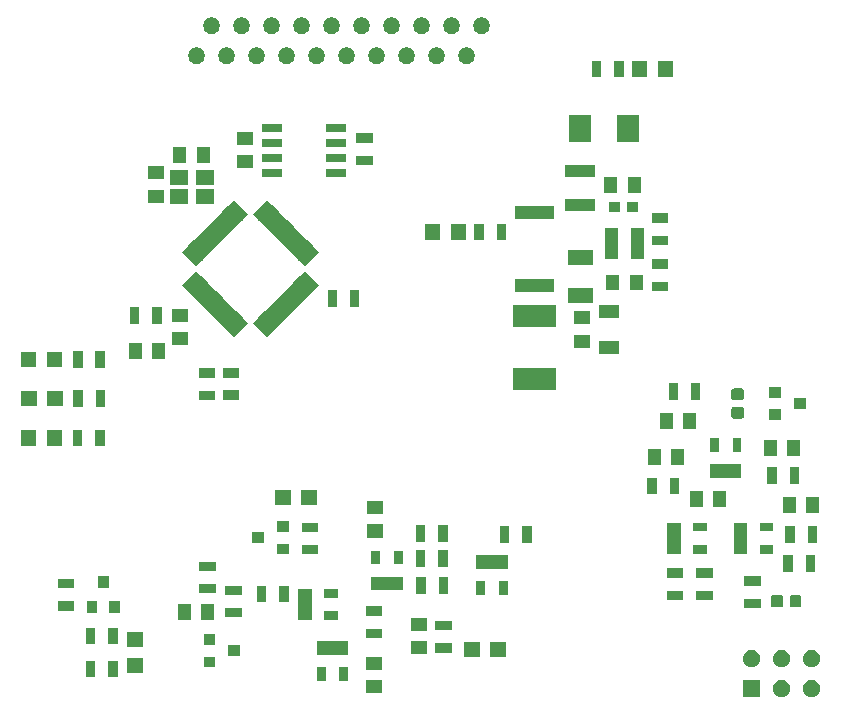
<source format=gts>
G04 #@! TF.GenerationSoftware,KiCad,Pcbnew,(5.1.4-0-10_14)*
G04 #@! TF.CreationDate,2020-01-14T22:42:26-05:00*
G04 #@! TF.ProjectId,Brakelight_Shutdown_BSPD,4272616b-656c-4696-9768-745f53687574,rev?*
G04 #@! TF.SameCoordinates,Original*
G04 #@! TF.FileFunction,Soldermask,Top*
G04 #@! TF.FilePolarity,Negative*
%FSLAX46Y46*%
G04 Gerber Fmt 4.6, Leading zero omitted, Abs format (unit mm)*
G04 Created by KiCad (PCBNEW (5.1.4-0-10_14)) date 2020-01-14 22:42:26*
%MOMM*%
%LPD*%
G04 APERTURE LIST*
%ADD10C,0.100000*%
G04 APERTURE END LIST*
D10*
G36*
X188433059Y-98337860D02*
G01*
X188569732Y-98394472D01*
X188692735Y-98476660D01*
X188797340Y-98581265D01*
X188879528Y-98704268D01*
X188936140Y-98840941D01*
X188965000Y-98986033D01*
X188965000Y-99133967D01*
X188936140Y-99279059D01*
X188879528Y-99415732D01*
X188797340Y-99538735D01*
X188692735Y-99643340D01*
X188569732Y-99725528D01*
X188569731Y-99725529D01*
X188569730Y-99725529D01*
X188433059Y-99782140D01*
X188287968Y-99811000D01*
X188140032Y-99811000D01*
X187994941Y-99782140D01*
X187858270Y-99725529D01*
X187858269Y-99725529D01*
X187858268Y-99725528D01*
X187735265Y-99643340D01*
X187630660Y-99538735D01*
X187548472Y-99415732D01*
X187491860Y-99279059D01*
X187463000Y-99133967D01*
X187463000Y-98986033D01*
X187491860Y-98840941D01*
X187548472Y-98704268D01*
X187630660Y-98581265D01*
X187735265Y-98476660D01*
X187858268Y-98394472D01*
X187994941Y-98337860D01*
X188140032Y-98309000D01*
X188287968Y-98309000D01*
X188433059Y-98337860D01*
X188433059Y-98337860D01*
G37*
G36*
X185893059Y-98337860D02*
G01*
X186029732Y-98394472D01*
X186152735Y-98476660D01*
X186257340Y-98581265D01*
X186339528Y-98704268D01*
X186396140Y-98840941D01*
X186425000Y-98986033D01*
X186425000Y-99133967D01*
X186396140Y-99279059D01*
X186339528Y-99415732D01*
X186257340Y-99538735D01*
X186152735Y-99643340D01*
X186029732Y-99725528D01*
X186029731Y-99725529D01*
X186029730Y-99725529D01*
X185893059Y-99782140D01*
X185747968Y-99811000D01*
X185600032Y-99811000D01*
X185454941Y-99782140D01*
X185318270Y-99725529D01*
X185318269Y-99725529D01*
X185318268Y-99725528D01*
X185195265Y-99643340D01*
X185090660Y-99538735D01*
X185008472Y-99415732D01*
X184951860Y-99279059D01*
X184923000Y-99133967D01*
X184923000Y-98986033D01*
X184951860Y-98840941D01*
X185008472Y-98704268D01*
X185090660Y-98581265D01*
X185195265Y-98476660D01*
X185318268Y-98394472D01*
X185454941Y-98337860D01*
X185600032Y-98309000D01*
X185747968Y-98309000D01*
X185893059Y-98337860D01*
X185893059Y-98337860D01*
G37*
G36*
X183885000Y-99811000D02*
G01*
X182383000Y-99811000D01*
X182383000Y-98309000D01*
X183885000Y-98309000D01*
X183885000Y-99811000D01*
X183885000Y-99811000D01*
G37*
G36*
X151839000Y-99468000D02*
G01*
X150487000Y-99468000D01*
X150487000Y-98366000D01*
X151839000Y-98366000D01*
X151839000Y-99468000D01*
X151839000Y-99468000D01*
G37*
G36*
X147096500Y-98391500D02*
G01*
X146344500Y-98391500D01*
X146344500Y-97229500D01*
X147096500Y-97229500D01*
X147096500Y-98391500D01*
X147096500Y-98391500D01*
G37*
G36*
X148996500Y-98391500D02*
G01*
X148244500Y-98391500D01*
X148244500Y-97229500D01*
X148996500Y-97229500D01*
X148996500Y-98391500D01*
X148996500Y-98391500D01*
G37*
G36*
X129481000Y-98128000D02*
G01*
X128679000Y-98128000D01*
X128679000Y-96726000D01*
X129481000Y-96726000D01*
X129481000Y-98128000D01*
X129481000Y-98128000D01*
G37*
G36*
X127581000Y-98128000D02*
G01*
X126779000Y-98128000D01*
X126779000Y-96726000D01*
X127581000Y-96726000D01*
X127581000Y-98128000D01*
X127581000Y-98128000D01*
G37*
G36*
X131575000Y-97781000D02*
G01*
X130273000Y-97781000D01*
X130273000Y-96479000D01*
X131575000Y-96479000D01*
X131575000Y-97781000D01*
X131575000Y-97781000D01*
G37*
G36*
X151839000Y-97468000D02*
G01*
X150487000Y-97468000D01*
X150487000Y-96366000D01*
X151839000Y-96366000D01*
X151839000Y-97468000D01*
X151839000Y-97468000D01*
G37*
G36*
X188433059Y-95797860D02*
G01*
X188569732Y-95854472D01*
X188692735Y-95936660D01*
X188797340Y-96041265D01*
X188797341Y-96041267D01*
X188879529Y-96164270D01*
X188890808Y-96191500D01*
X188936140Y-96300941D01*
X188965000Y-96446033D01*
X188965000Y-96593967D01*
X188936140Y-96739059D01*
X188879528Y-96875732D01*
X188797340Y-96998735D01*
X188692735Y-97103340D01*
X188569732Y-97185528D01*
X188569731Y-97185529D01*
X188569730Y-97185529D01*
X188433059Y-97242140D01*
X188287968Y-97271000D01*
X188140032Y-97271000D01*
X187994941Y-97242140D01*
X187858270Y-97185529D01*
X187858269Y-97185529D01*
X187858268Y-97185528D01*
X187735265Y-97103340D01*
X187630660Y-96998735D01*
X187548472Y-96875732D01*
X187491860Y-96739059D01*
X187463000Y-96593967D01*
X187463000Y-96446033D01*
X187491860Y-96300941D01*
X187537192Y-96191500D01*
X187548471Y-96164270D01*
X187630659Y-96041267D01*
X187630660Y-96041265D01*
X187735265Y-95936660D01*
X187858268Y-95854472D01*
X187994941Y-95797860D01*
X188140032Y-95769000D01*
X188287968Y-95769000D01*
X188433059Y-95797860D01*
X188433059Y-95797860D01*
G37*
G36*
X185893059Y-95797860D02*
G01*
X186029732Y-95854472D01*
X186152735Y-95936660D01*
X186257340Y-96041265D01*
X186257341Y-96041267D01*
X186339529Y-96164270D01*
X186350808Y-96191500D01*
X186396140Y-96300941D01*
X186425000Y-96446033D01*
X186425000Y-96593967D01*
X186396140Y-96739059D01*
X186339528Y-96875732D01*
X186257340Y-96998735D01*
X186152735Y-97103340D01*
X186029732Y-97185528D01*
X186029731Y-97185529D01*
X186029730Y-97185529D01*
X185893059Y-97242140D01*
X185747968Y-97271000D01*
X185600032Y-97271000D01*
X185454941Y-97242140D01*
X185318270Y-97185529D01*
X185318269Y-97185529D01*
X185318268Y-97185528D01*
X185195265Y-97103340D01*
X185090660Y-96998735D01*
X185008472Y-96875732D01*
X184951860Y-96739059D01*
X184923000Y-96593967D01*
X184923000Y-96446033D01*
X184951860Y-96300941D01*
X184997192Y-96191500D01*
X185008471Y-96164270D01*
X185090659Y-96041267D01*
X185090660Y-96041265D01*
X185195265Y-95936660D01*
X185318268Y-95854472D01*
X185454941Y-95797860D01*
X185600032Y-95769000D01*
X185747968Y-95769000D01*
X185893059Y-95797860D01*
X185893059Y-95797860D01*
G37*
G36*
X183353059Y-95797860D02*
G01*
X183489732Y-95854472D01*
X183612735Y-95936660D01*
X183717340Y-96041265D01*
X183717341Y-96041267D01*
X183799529Y-96164270D01*
X183810808Y-96191500D01*
X183856140Y-96300941D01*
X183885000Y-96446033D01*
X183885000Y-96593967D01*
X183856140Y-96739059D01*
X183799528Y-96875732D01*
X183717340Y-96998735D01*
X183612735Y-97103340D01*
X183489732Y-97185528D01*
X183489731Y-97185529D01*
X183489730Y-97185529D01*
X183353059Y-97242140D01*
X183207968Y-97271000D01*
X183060032Y-97271000D01*
X182914941Y-97242140D01*
X182778270Y-97185529D01*
X182778269Y-97185529D01*
X182778268Y-97185528D01*
X182655265Y-97103340D01*
X182550660Y-96998735D01*
X182468472Y-96875732D01*
X182411860Y-96739059D01*
X182383000Y-96593967D01*
X182383000Y-96446033D01*
X182411860Y-96300941D01*
X182457192Y-96191500D01*
X182468471Y-96164270D01*
X182550659Y-96041267D01*
X182550660Y-96041265D01*
X182655265Y-95936660D01*
X182778268Y-95854472D01*
X182914941Y-95797860D01*
X183060032Y-95769000D01*
X183207968Y-95769000D01*
X183353059Y-95797860D01*
X183353059Y-95797860D01*
G37*
G36*
X137748900Y-97260600D02*
G01*
X136746900Y-97260600D01*
X136746900Y-96358600D01*
X137748900Y-96358600D01*
X137748900Y-97260600D01*
X137748900Y-97260600D01*
G37*
G36*
X160132500Y-96409000D02*
G01*
X158830500Y-96409000D01*
X158830500Y-95107000D01*
X160132500Y-95107000D01*
X160132500Y-96409000D01*
X160132500Y-96409000D01*
G37*
G36*
X162332500Y-96409000D02*
G01*
X161030500Y-96409000D01*
X161030500Y-95107000D01*
X162332500Y-95107000D01*
X162332500Y-96409000D01*
X162332500Y-96409000D01*
G37*
G36*
X139848900Y-96310600D02*
G01*
X138846900Y-96310600D01*
X138846900Y-95408600D01*
X139848900Y-95408600D01*
X139848900Y-96310600D01*
X139848900Y-96310600D01*
G37*
G36*
X148996500Y-96191500D02*
G01*
X146344500Y-96191500D01*
X146344500Y-95029500D01*
X148996500Y-95029500D01*
X148996500Y-96191500D01*
X148996500Y-96191500D01*
G37*
G36*
X155649000Y-96166000D02*
G01*
X154297000Y-96166000D01*
X154297000Y-95064000D01*
X155649000Y-95064000D01*
X155649000Y-96166000D01*
X155649000Y-96166000D01*
G37*
G36*
X157769500Y-96029500D02*
G01*
X156367500Y-96029500D01*
X156367500Y-95227500D01*
X157769500Y-95227500D01*
X157769500Y-96029500D01*
X157769500Y-96029500D01*
G37*
G36*
X131575000Y-95581000D02*
G01*
X130273000Y-95581000D01*
X130273000Y-94279000D01*
X131575000Y-94279000D01*
X131575000Y-95581000D01*
X131575000Y-95581000D01*
G37*
G36*
X137748900Y-95360600D02*
G01*
X136746900Y-95360600D01*
X136746900Y-94458600D01*
X137748900Y-94458600D01*
X137748900Y-95360600D01*
X137748900Y-95360600D01*
G37*
G36*
X129481000Y-95334000D02*
G01*
X128679000Y-95334000D01*
X128679000Y-93932000D01*
X129481000Y-93932000D01*
X129481000Y-95334000D01*
X129481000Y-95334000D01*
G37*
G36*
X127581000Y-95334000D02*
G01*
X126779000Y-95334000D01*
X126779000Y-93932000D01*
X127581000Y-93932000D01*
X127581000Y-95334000D01*
X127581000Y-95334000D01*
G37*
G36*
X151889400Y-94797600D02*
G01*
X150487400Y-94797600D01*
X150487400Y-93995600D01*
X151889400Y-93995600D01*
X151889400Y-94797600D01*
X151889400Y-94797600D01*
G37*
G36*
X155649000Y-94166000D02*
G01*
X154297000Y-94166000D01*
X154297000Y-93064000D01*
X155649000Y-93064000D01*
X155649000Y-94166000D01*
X155649000Y-94166000D01*
G37*
G36*
X157769500Y-94129500D02*
G01*
X156367500Y-94129500D01*
X156367500Y-93327500D01*
X157769500Y-93327500D01*
X157769500Y-94129500D01*
X157769500Y-94129500D01*
G37*
G36*
X145902000Y-93276500D02*
G01*
X144740000Y-93276500D01*
X144740000Y-90624500D01*
X145902000Y-90624500D01*
X145902000Y-93276500D01*
X145902000Y-93276500D01*
G37*
G36*
X148102000Y-93276500D02*
G01*
X146940000Y-93276500D01*
X146940000Y-92524500D01*
X148102000Y-92524500D01*
X148102000Y-93276500D01*
X148102000Y-93276500D01*
G37*
G36*
X135664500Y-93259000D02*
G01*
X134562500Y-93259000D01*
X134562500Y-91907000D01*
X135664500Y-91907000D01*
X135664500Y-93259000D01*
X135664500Y-93259000D01*
G37*
G36*
X137664500Y-93259000D02*
G01*
X136562500Y-93259000D01*
X136562500Y-91907000D01*
X137664500Y-91907000D01*
X137664500Y-93259000D01*
X137664500Y-93259000D01*
G37*
G36*
X139989500Y-93045000D02*
G01*
X138587500Y-93045000D01*
X138587500Y-92243000D01*
X139989500Y-92243000D01*
X139989500Y-93045000D01*
X139989500Y-93045000D01*
G37*
G36*
X151889400Y-92897600D02*
G01*
X150487400Y-92897600D01*
X150487400Y-92095600D01*
X151889400Y-92095600D01*
X151889400Y-92897600D01*
X151889400Y-92897600D01*
G37*
G36*
X127758000Y-92628000D02*
G01*
X126856000Y-92628000D01*
X126856000Y-91626000D01*
X127758000Y-91626000D01*
X127758000Y-92628000D01*
X127758000Y-92628000D01*
G37*
G36*
X129658000Y-92628000D02*
G01*
X128756000Y-92628000D01*
X128756000Y-91626000D01*
X129658000Y-91626000D01*
X129658000Y-92628000D01*
X129658000Y-92628000D01*
G37*
G36*
X125783000Y-92489000D02*
G01*
X124381000Y-92489000D01*
X124381000Y-91687000D01*
X125783000Y-91687000D01*
X125783000Y-92489000D01*
X125783000Y-92489000D01*
G37*
G36*
X183907000Y-92263000D02*
G01*
X182505000Y-92263000D01*
X182505000Y-91461000D01*
X183907000Y-91461000D01*
X183907000Y-92263000D01*
X183907000Y-92263000D01*
G37*
G36*
X187211091Y-91152085D02*
G01*
X187245069Y-91162393D01*
X187276390Y-91179134D01*
X187303839Y-91201661D01*
X187326366Y-91229110D01*
X187343107Y-91260431D01*
X187353415Y-91294409D01*
X187357500Y-91335890D01*
X187357500Y-92012110D01*
X187353415Y-92053591D01*
X187343107Y-92087569D01*
X187326366Y-92118890D01*
X187303839Y-92146339D01*
X187276390Y-92168866D01*
X187245069Y-92185607D01*
X187211091Y-92195915D01*
X187169610Y-92200000D01*
X186568390Y-92200000D01*
X186526909Y-92195915D01*
X186492931Y-92185607D01*
X186461610Y-92168866D01*
X186434161Y-92146339D01*
X186411634Y-92118890D01*
X186394893Y-92087569D01*
X186384585Y-92053591D01*
X186380500Y-92012110D01*
X186380500Y-91335890D01*
X186384585Y-91294409D01*
X186394893Y-91260431D01*
X186411634Y-91229110D01*
X186434161Y-91201661D01*
X186461610Y-91179134D01*
X186492931Y-91162393D01*
X186526909Y-91152085D01*
X186568390Y-91148000D01*
X187169610Y-91148000D01*
X187211091Y-91152085D01*
X187211091Y-91152085D01*
G37*
G36*
X185636091Y-91152085D02*
G01*
X185670069Y-91162393D01*
X185701390Y-91179134D01*
X185728839Y-91201661D01*
X185751366Y-91229110D01*
X185768107Y-91260431D01*
X185778415Y-91294409D01*
X185782500Y-91335890D01*
X185782500Y-92012110D01*
X185778415Y-92053591D01*
X185768107Y-92087569D01*
X185751366Y-92118890D01*
X185728839Y-92146339D01*
X185701390Y-92168866D01*
X185670069Y-92185607D01*
X185636091Y-92195915D01*
X185594610Y-92200000D01*
X184993390Y-92200000D01*
X184951909Y-92195915D01*
X184917931Y-92185607D01*
X184886610Y-92168866D01*
X184859161Y-92146339D01*
X184836634Y-92118890D01*
X184819893Y-92087569D01*
X184809585Y-92053591D01*
X184805500Y-92012110D01*
X184805500Y-91335890D01*
X184809585Y-91294409D01*
X184819893Y-91260431D01*
X184836634Y-91229110D01*
X184859161Y-91201661D01*
X184886610Y-91179134D01*
X184917931Y-91162393D01*
X184951909Y-91152085D01*
X184993390Y-91148000D01*
X185594610Y-91148000D01*
X185636091Y-91152085D01*
X185636091Y-91152085D01*
G37*
G36*
X142041500Y-91760000D02*
G01*
X141239500Y-91760000D01*
X141239500Y-90358000D01*
X142041500Y-90358000D01*
X142041500Y-91760000D01*
X142041500Y-91760000D01*
G37*
G36*
X143941500Y-91760000D02*
G01*
X143139500Y-91760000D01*
X143139500Y-90358000D01*
X143941500Y-90358000D01*
X143941500Y-91760000D01*
X143941500Y-91760000D01*
G37*
G36*
X179839300Y-91601100D02*
G01*
X178437300Y-91601100D01*
X178437300Y-90799100D01*
X179839300Y-90799100D01*
X179839300Y-91601100D01*
X179839300Y-91601100D01*
G37*
G36*
X177362800Y-91598600D02*
G01*
X175960800Y-91598600D01*
X175960800Y-90796600D01*
X177362800Y-90796600D01*
X177362800Y-91598600D01*
X177362800Y-91598600D01*
G37*
G36*
X148102000Y-91376500D02*
G01*
X146940000Y-91376500D01*
X146940000Y-90624500D01*
X148102000Y-90624500D01*
X148102000Y-91376500D01*
X148102000Y-91376500D01*
G37*
G36*
X139989500Y-91145000D02*
G01*
X138587500Y-91145000D01*
X138587500Y-90343000D01*
X139989500Y-90343000D01*
X139989500Y-91145000D01*
X139989500Y-91145000D01*
G37*
G36*
X162483900Y-91127100D02*
G01*
X161731900Y-91127100D01*
X161731900Y-89965100D01*
X162483900Y-89965100D01*
X162483900Y-91127100D01*
X162483900Y-91127100D01*
G37*
G36*
X160583900Y-91127100D02*
G01*
X159831900Y-91127100D01*
X159831900Y-89965100D01*
X160583900Y-89965100D01*
X160583900Y-91127100D01*
X160583900Y-91127100D01*
G37*
G36*
X155564500Y-91061500D02*
G01*
X154762500Y-91061500D01*
X154762500Y-89659500D01*
X155564500Y-89659500D01*
X155564500Y-91061500D01*
X155564500Y-91061500D01*
G37*
G36*
X157464500Y-91061500D02*
G01*
X156662500Y-91061500D01*
X156662500Y-89659500D01*
X157464500Y-89659500D01*
X157464500Y-91061500D01*
X157464500Y-91061500D01*
G37*
G36*
X137767000Y-91013000D02*
G01*
X136365000Y-91013000D01*
X136365000Y-90211000D01*
X137767000Y-90211000D01*
X137767000Y-91013000D01*
X137767000Y-91013000D01*
G37*
G36*
X153593900Y-90746100D02*
G01*
X150941900Y-90746100D01*
X150941900Y-89584100D01*
X153593900Y-89584100D01*
X153593900Y-90746100D01*
X153593900Y-90746100D01*
G37*
G36*
X125783000Y-90589000D02*
G01*
X124381000Y-90589000D01*
X124381000Y-89787000D01*
X125783000Y-89787000D01*
X125783000Y-90589000D01*
X125783000Y-90589000D01*
G37*
G36*
X128708000Y-90528000D02*
G01*
X127806000Y-90528000D01*
X127806000Y-89526000D01*
X128708000Y-89526000D01*
X128708000Y-90528000D01*
X128708000Y-90528000D01*
G37*
G36*
X183907000Y-90363000D02*
G01*
X182505000Y-90363000D01*
X182505000Y-89561000D01*
X183907000Y-89561000D01*
X183907000Y-90363000D01*
X183907000Y-90363000D01*
G37*
G36*
X179839300Y-89701100D02*
G01*
X178437300Y-89701100D01*
X178437300Y-88899100D01*
X179839300Y-88899100D01*
X179839300Y-89701100D01*
X179839300Y-89701100D01*
G37*
G36*
X177362800Y-89698600D02*
G01*
X175960800Y-89698600D01*
X175960800Y-88896600D01*
X177362800Y-88896600D01*
X177362800Y-89698600D01*
X177362800Y-89698600D01*
G37*
G36*
X186618400Y-89192300D02*
G01*
X185816400Y-89192300D01*
X185816400Y-87790300D01*
X186618400Y-87790300D01*
X186618400Y-89192300D01*
X186618400Y-89192300D01*
G37*
G36*
X188518400Y-89192300D02*
G01*
X187716400Y-89192300D01*
X187716400Y-87790300D01*
X188518400Y-87790300D01*
X188518400Y-89192300D01*
X188518400Y-89192300D01*
G37*
G36*
X137767000Y-89113000D02*
G01*
X136365000Y-89113000D01*
X136365000Y-88311000D01*
X137767000Y-88311000D01*
X137767000Y-89113000D01*
X137767000Y-89113000D01*
G37*
G36*
X162483900Y-88927100D02*
G01*
X159831900Y-88927100D01*
X159831900Y-87765100D01*
X162483900Y-87765100D01*
X162483900Y-88927100D01*
X162483900Y-88927100D01*
G37*
G36*
X157428900Y-88775500D02*
G01*
X156626900Y-88775500D01*
X156626900Y-87373500D01*
X157428900Y-87373500D01*
X157428900Y-88775500D01*
X157428900Y-88775500D01*
G37*
G36*
X155528900Y-88775500D02*
G01*
X154726900Y-88775500D01*
X154726900Y-87373500D01*
X155528900Y-87373500D01*
X155528900Y-88775500D01*
X155528900Y-88775500D01*
G37*
G36*
X153593900Y-88546100D02*
G01*
X152841900Y-88546100D01*
X152841900Y-87384100D01*
X153593900Y-87384100D01*
X153593900Y-88546100D01*
X153593900Y-88546100D01*
G37*
G36*
X151693900Y-88546100D02*
G01*
X150941900Y-88546100D01*
X150941900Y-87384100D01*
X151693900Y-87384100D01*
X151693900Y-88546100D01*
X151693900Y-88546100D01*
G37*
G36*
X146466500Y-87713500D02*
G01*
X145064500Y-87713500D01*
X145064500Y-86911500D01*
X146466500Y-86911500D01*
X146466500Y-87713500D01*
X146466500Y-87713500D01*
G37*
G36*
X143951000Y-87697500D02*
G01*
X142949000Y-87697500D01*
X142949000Y-86795500D01*
X143951000Y-86795500D01*
X143951000Y-87697500D01*
X143951000Y-87697500D01*
G37*
G36*
X184974900Y-87666000D02*
G01*
X183812900Y-87666000D01*
X183812900Y-86914000D01*
X184974900Y-86914000D01*
X184974900Y-87666000D01*
X184974900Y-87666000D01*
G37*
G36*
X182774900Y-87666000D02*
G01*
X181612900Y-87666000D01*
X181612900Y-85014000D01*
X182774900Y-85014000D01*
X182774900Y-87666000D01*
X182774900Y-87666000D01*
G37*
G36*
X179355000Y-87666000D02*
G01*
X178193000Y-87666000D01*
X178193000Y-86914000D01*
X179355000Y-86914000D01*
X179355000Y-87666000D01*
X179355000Y-87666000D01*
G37*
G36*
X177155000Y-87666000D02*
G01*
X175993000Y-87666000D01*
X175993000Y-85014000D01*
X177155000Y-85014000D01*
X177155000Y-87666000D01*
X177155000Y-87666000D01*
G37*
G36*
X141851000Y-86747500D02*
G01*
X140849000Y-86747500D01*
X140849000Y-85845500D01*
X141851000Y-85845500D01*
X141851000Y-86747500D01*
X141851000Y-86747500D01*
G37*
G36*
X164515500Y-86743500D02*
G01*
X163713500Y-86743500D01*
X163713500Y-85341500D01*
X164515500Y-85341500D01*
X164515500Y-86743500D01*
X164515500Y-86743500D01*
G37*
G36*
X162615500Y-86743500D02*
G01*
X161813500Y-86743500D01*
X161813500Y-85341500D01*
X162615500Y-85341500D01*
X162615500Y-86743500D01*
X162615500Y-86743500D01*
G37*
G36*
X186777000Y-86715800D02*
G01*
X185975000Y-86715800D01*
X185975000Y-85313800D01*
X186777000Y-85313800D01*
X186777000Y-86715800D01*
X186777000Y-86715800D01*
G37*
G36*
X188677000Y-86715800D02*
G01*
X187875000Y-86715800D01*
X187875000Y-85313800D01*
X188677000Y-85313800D01*
X188677000Y-86715800D01*
X188677000Y-86715800D01*
G37*
G36*
X155526400Y-86616500D02*
G01*
X154724400Y-86616500D01*
X154724400Y-85214500D01*
X155526400Y-85214500D01*
X155526400Y-86616500D01*
X155526400Y-86616500D01*
G37*
G36*
X157426400Y-86616500D02*
G01*
X156624400Y-86616500D01*
X156624400Y-85214500D01*
X157426400Y-85214500D01*
X157426400Y-86616500D01*
X157426400Y-86616500D01*
G37*
G36*
X151902500Y-86276000D02*
G01*
X150550500Y-86276000D01*
X150550500Y-85174000D01*
X151902500Y-85174000D01*
X151902500Y-86276000D01*
X151902500Y-86276000D01*
G37*
G36*
X146466500Y-85813500D02*
G01*
X145064500Y-85813500D01*
X145064500Y-85011500D01*
X146466500Y-85011500D01*
X146466500Y-85813500D01*
X146466500Y-85813500D01*
G37*
G36*
X143951000Y-85797500D02*
G01*
X142949000Y-85797500D01*
X142949000Y-84895500D01*
X143951000Y-84895500D01*
X143951000Y-85797500D01*
X143951000Y-85797500D01*
G37*
G36*
X179355000Y-85766000D02*
G01*
X178193000Y-85766000D01*
X178193000Y-85014000D01*
X179355000Y-85014000D01*
X179355000Y-85766000D01*
X179355000Y-85766000D01*
G37*
G36*
X184974900Y-85766000D02*
G01*
X183812900Y-85766000D01*
X183812900Y-85014000D01*
X184974900Y-85014000D01*
X184974900Y-85766000D01*
X184974900Y-85766000D01*
G37*
G36*
X151902500Y-84276000D02*
G01*
X150550500Y-84276000D01*
X150550500Y-83174000D01*
X151902500Y-83174000D01*
X151902500Y-84276000D01*
X151902500Y-84276000D01*
G37*
G36*
X186861000Y-84222000D02*
G01*
X185759000Y-84222000D01*
X185759000Y-82870000D01*
X186861000Y-82870000D01*
X186861000Y-84222000D01*
X186861000Y-84222000D01*
G37*
G36*
X188861000Y-84222000D02*
G01*
X187759000Y-84222000D01*
X187759000Y-82870000D01*
X188861000Y-82870000D01*
X188861000Y-84222000D01*
X188861000Y-84222000D01*
G37*
G36*
X179003000Y-83714000D02*
G01*
X177901000Y-83714000D01*
X177901000Y-82362000D01*
X179003000Y-82362000D01*
X179003000Y-83714000D01*
X179003000Y-83714000D01*
G37*
G36*
X181003000Y-83714000D02*
G01*
X179901000Y-83714000D01*
X179901000Y-82362000D01*
X181003000Y-82362000D01*
X181003000Y-83714000D01*
X181003000Y-83714000D01*
G37*
G36*
X146310000Y-83518500D02*
G01*
X145008000Y-83518500D01*
X145008000Y-82216500D01*
X146310000Y-82216500D01*
X146310000Y-83518500D01*
X146310000Y-83518500D01*
G37*
G36*
X144110000Y-83518500D02*
G01*
X142808000Y-83518500D01*
X142808000Y-82216500D01*
X144110000Y-82216500D01*
X144110000Y-83518500D01*
X144110000Y-83518500D01*
G37*
G36*
X176993000Y-82633000D02*
G01*
X176191000Y-82633000D01*
X176191000Y-81231000D01*
X176993000Y-81231000D01*
X176993000Y-82633000D01*
X176993000Y-82633000D01*
G37*
G36*
X175093000Y-82633000D02*
G01*
X174291000Y-82633000D01*
X174291000Y-81231000D01*
X175093000Y-81231000D01*
X175093000Y-82633000D01*
X175093000Y-82633000D01*
G37*
G36*
X185253000Y-81707000D02*
G01*
X184451000Y-81707000D01*
X184451000Y-80305000D01*
X185253000Y-80305000D01*
X185253000Y-81707000D01*
X185253000Y-81707000D01*
G37*
G36*
X187153000Y-81707000D02*
G01*
X186351000Y-81707000D01*
X186351000Y-80305000D01*
X187153000Y-80305000D01*
X187153000Y-81707000D01*
X187153000Y-81707000D01*
G37*
G36*
X182282000Y-81231500D02*
G01*
X179630000Y-81231500D01*
X179630000Y-80069500D01*
X182282000Y-80069500D01*
X182282000Y-81231500D01*
X182282000Y-81231500D01*
G37*
G36*
X175447000Y-80108000D02*
G01*
X174345000Y-80108000D01*
X174345000Y-78756000D01*
X175447000Y-78756000D01*
X175447000Y-80108000D01*
X175447000Y-80108000D01*
G37*
G36*
X177447000Y-80108000D02*
G01*
X176345000Y-80108000D01*
X176345000Y-78756000D01*
X177447000Y-78756000D01*
X177447000Y-80108000D01*
X177447000Y-80108000D01*
G37*
G36*
X185261000Y-79346000D02*
G01*
X184159000Y-79346000D01*
X184159000Y-77994000D01*
X185261000Y-77994000D01*
X185261000Y-79346000D01*
X185261000Y-79346000D01*
G37*
G36*
X187261000Y-79346000D02*
G01*
X186159000Y-79346000D01*
X186159000Y-77994000D01*
X187261000Y-77994000D01*
X187261000Y-79346000D01*
X187261000Y-79346000D01*
G37*
G36*
X182282000Y-79031500D02*
G01*
X181530000Y-79031500D01*
X181530000Y-77869500D01*
X182282000Y-77869500D01*
X182282000Y-79031500D01*
X182282000Y-79031500D01*
G37*
G36*
X180382000Y-79031500D02*
G01*
X179630000Y-79031500D01*
X179630000Y-77869500D01*
X180382000Y-77869500D01*
X180382000Y-79031500D01*
X180382000Y-79031500D01*
G37*
G36*
X126453500Y-78564900D02*
G01*
X125651500Y-78564900D01*
X125651500Y-77162900D01*
X126453500Y-77162900D01*
X126453500Y-78564900D01*
X126453500Y-78564900D01*
G37*
G36*
X128353500Y-78564900D02*
G01*
X127551500Y-78564900D01*
X127551500Y-77162900D01*
X128353500Y-77162900D01*
X128353500Y-78564900D01*
X128353500Y-78564900D01*
G37*
G36*
X122553000Y-78514900D02*
G01*
X121251000Y-78514900D01*
X121251000Y-77212900D01*
X122553000Y-77212900D01*
X122553000Y-78514900D01*
X122553000Y-78514900D01*
G37*
G36*
X124753000Y-78514900D02*
G01*
X123451000Y-78514900D01*
X123451000Y-77212900D01*
X124753000Y-77212900D01*
X124753000Y-78514900D01*
X124753000Y-78514900D01*
G37*
G36*
X176463000Y-77110000D02*
G01*
X175361000Y-77110000D01*
X175361000Y-75758000D01*
X176463000Y-75758000D01*
X176463000Y-77110000D01*
X176463000Y-77110000D01*
G37*
G36*
X178463000Y-77110000D02*
G01*
X177361000Y-77110000D01*
X177361000Y-75758000D01*
X178463000Y-75758000D01*
X178463000Y-77110000D01*
X178463000Y-77110000D01*
G37*
G36*
X185607000Y-76333000D02*
G01*
X184605000Y-76333000D01*
X184605000Y-75431000D01*
X185607000Y-75431000D01*
X185607000Y-76333000D01*
X185607000Y-76333000D01*
G37*
G36*
X182335591Y-75235085D02*
G01*
X182369569Y-75245393D01*
X182400890Y-75262134D01*
X182428339Y-75284661D01*
X182450866Y-75312110D01*
X182467607Y-75343431D01*
X182477915Y-75377409D01*
X182482000Y-75418890D01*
X182482000Y-76020110D01*
X182477915Y-76061591D01*
X182467607Y-76095569D01*
X182450866Y-76126890D01*
X182428339Y-76154339D01*
X182400890Y-76176866D01*
X182369569Y-76193607D01*
X182335591Y-76203915D01*
X182294110Y-76208000D01*
X181617890Y-76208000D01*
X181576409Y-76203915D01*
X181542431Y-76193607D01*
X181511110Y-76176866D01*
X181483661Y-76154339D01*
X181461134Y-76126890D01*
X181444393Y-76095569D01*
X181434085Y-76061591D01*
X181430000Y-76020110D01*
X181430000Y-75418890D01*
X181434085Y-75377409D01*
X181444393Y-75343431D01*
X181461134Y-75312110D01*
X181483661Y-75284661D01*
X181511110Y-75262134D01*
X181542431Y-75245393D01*
X181576409Y-75235085D01*
X181617890Y-75231000D01*
X182294110Y-75231000D01*
X182335591Y-75235085D01*
X182335591Y-75235085D01*
G37*
G36*
X187707000Y-75383000D02*
G01*
X186705000Y-75383000D01*
X186705000Y-74481000D01*
X187707000Y-74481000D01*
X187707000Y-75383000D01*
X187707000Y-75383000D01*
G37*
G36*
X126504300Y-75206000D02*
G01*
X125702300Y-75206000D01*
X125702300Y-73804000D01*
X126504300Y-73804000D01*
X126504300Y-75206000D01*
X126504300Y-75206000D01*
G37*
G36*
X128404300Y-75206000D02*
G01*
X127602300Y-75206000D01*
X127602300Y-73804000D01*
X128404300Y-73804000D01*
X128404300Y-75206000D01*
X128404300Y-75206000D01*
G37*
G36*
X124803800Y-75156000D02*
G01*
X123501800Y-75156000D01*
X123501800Y-73854000D01*
X124803800Y-73854000D01*
X124803800Y-75156000D01*
X124803800Y-75156000D01*
G37*
G36*
X122603800Y-75156000D02*
G01*
X121301800Y-75156000D01*
X121301800Y-73854000D01*
X122603800Y-73854000D01*
X122603800Y-75156000D01*
X122603800Y-75156000D01*
G37*
G36*
X137741116Y-74635932D02*
G01*
X136339116Y-74635932D01*
X136339116Y-73833932D01*
X137741116Y-73833932D01*
X137741116Y-74635932D01*
X137741116Y-74635932D01*
G37*
G36*
X182335591Y-73660085D02*
G01*
X182369569Y-73670393D01*
X182400890Y-73687134D01*
X182428339Y-73709661D01*
X182450866Y-73737110D01*
X182467607Y-73768431D01*
X182477915Y-73802409D01*
X182482000Y-73843890D01*
X182482000Y-74445110D01*
X182477915Y-74486591D01*
X182467607Y-74520569D01*
X182450866Y-74551890D01*
X182428339Y-74579339D01*
X182400890Y-74601866D01*
X182369569Y-74618607D01*
X182335591Y-74628915D01*
X182294110Y-74633000D01*
X181617890Y-74633000D01*
X181576409Y-74628915D01*
X181542431Y-74618607D01*
X181511110Y-74601866D01*
X181483661Y-74579339D01*
X181461134Y-74551890D01*
X181444393Y-74520569D01*
X181434085Y-74486591D01*
X181430000Y-74445110D01*
X181430000Y-73843890D01*
X181434085Y-73802409D01*
X181444393Y-73768431D01*
X181461134Y-73737110D01*
X181483661Y-73709661D01*
X181511110Y-73687134D01*
X181542431Y-73670393D01*
X181576409Y-73660085D01*
X181617890Y-73656000D01*
X182294110Y-73656000D01*
X182335591Y-73660085D01*
X182335591Y-73660085D01*
G37*
G36*
X139761674Y-74628860D02*
G01*
X138359674Y-74628860D01*
X138359674Y-73826860D01*
X139761674Y-73826860D01*
X139761674Y-74628860D01*
X139761674Y-74628860D01*
G37*
G36*
X176907000Y-74595000D02*
G01*
X176105000Y-74595000D01*
X176105000Y-73193000D01*
X176907000Y-73193000D01*
X176907000Y-74595000D01*
X176907000Y-74595000D01*
G37*
G36*
X178807000Y-74595000D02*
G01*
X178005000Y-74595000D01*
X178005000Y-73193000D01*
X178807000Y-73193000D01*
X178807000Y-74595000D01*
X178807000Y-74595000D01*
G37*
G36*
X185607000Y-74433000D02*
G01*
X184605000Y-74433000D01*
X184605000Y-73531000D01*
X185607000Y-73531000D01*
X185607000Y-74433000D01*
X185607000Y-74433000D01*
G37*
G36*
X166550500Y-73764800D02*
G01*
X162948500Y-73764800D01*
X162948500Y-71882800D01*
X166550500Y-71882800D01*
X166550500Y-73764800D01*
X166550500Y-73764800D01*
G37*
G36*
X137741116Y-72735932D02*
G01*
X136339116Y-72735932D01*
X136339116Y-71933932D01*
X137741116Y-71933932D01*
X137741116Y-72735932D01*
X137741116Y-72735932D01*
G37*
G36*
X139761674Y-72728860D02*
G01*
X138359674Y-72728860D01*
X138359674Y-71926860D01*
X139761674Y-71926860D01*
X139761674Y-72728860D01*
X139761674Y-72728860D01*
G37*
G36*
X128391600Y-71892500D02*
G01*
X127589600Y-71892500D01*
X127589600Y-70490500D01*
X128391600Y-70490500D01*
X128391600Y-71892500D01*
X128391600Y-71892500D01*
G37*
G36*
X126491600Y-71892500D02*
G01*
X125689600Y-71892500D01*
X125689600Y-70490500D01*
X126491600Y-70490500D01*
X126491600Y-71892500D01*
X126491600Y-71892500D01*
G37*
G36*
X122591100Y-71842500D02*
G01*
X121289100Y-71842500D01*
X121289100Y-70540500D01*
X122591100Y-70540500D01*
X122591100Y-71842500D01*
X122591100Y-71842500D01*
G37*
G36*
X124791100Y-71842500D02*
G01*
X123489100Y-71842500D01*
X123489100Y-70540500D01*
X124791100Y-70540500D01*
X124791100Y-71842500D01*
X124791100Y-71842500D01*
G37*
G36*
X133509934Y-71128717D02*
G01*
X132407934Y-71128717D01*
X132407934Y-69776717D01*
X133509934Y-69776717D01*
X133509934Y-71128717D01*
X133509934Y-71128717D01*
G37*
G36*
X131509934Y-71128717D02*
G01*
X130407934Y-71128717D01*
X130407934Y-69776717D01*
X131509934Y-69776717D01*
X131509934Y-71128717D01*
X131509934Y-71128717D01*
G37*
G36*
X171950500Y-70713800D02*
G01*
X170248500Y-70713800D01*
X170248500Y-69611800D01*
X171950500Y-69611800D01*
X171950500Y-70713800D01*
X171950500Y-70713800D01*
G37*
G36*
X169426000Y-70237800D02*
G01*
X168074000Y-70237800D01*
X168074000Y-69135800D01*
X169426000Y-69135800D01*
X169426000Y-70237800D01*
X169426000Y-70237800D01*
G37*
G36*
X135414000Y-70012000D02*
G01*
X134062000Y-70012000D01*
X134062000Y-68910000D01*
X135414000Y-68910000D01*
X135414000Y-70012000D01*
X135414000Y-70012000D01*
G37*
G36*
X146533368Y-64896536D02*
G01*
X146072334Y-65357570D01*
X145967682Y-65462221D01*
X145506648Y-65923255D01*
X145401997Y-66027907D01*
X143243907Y-68185997D01*
X143139255Y-68290648D01*
X142678221Y-68751682D01*
X142573570Y-68856334D01*
X142112536Y-69317368D01*
X140909040Y-68113872D01*
X141370074Y-67652838D01*
X141370075Y-67652839D01*
X141386339Y-67636575D01*
X141386348Y-67636564D01*
X141474726Y-67548187D01*
X141474725Y-67548186D01*
X141935759Y-67087152D01*
X141935760Y-67087153D01*
X142024137Y-66998775D01*
X142024148Y-66998766D01*
X142040412Y-66982502D01*
X142040411Y-66982501D01*
X142501445Y-66521467D01*
X142501446Y-66521468D01*
X142589833Y-66433080D01*
X142606097Y-66416817D01*
X142606096Y-66416816D01*
X143067130Y-65955782D01*
X143067131Y-65955783D01*
X143171783Y-65851131D01*
X143171782Y-65851130D01*
X143632816Y-65390096D01*
X143632817Y-65390097D01*
X143721204Y-65301709D01*
X143737468Y-65285446D01*
X143737467Y-65285445D01*
X144198501Y-64824411D01*
X144198502Y-64824412D01*
X144214766Y-64808148D01*
X144214775Y-64808137D01*
X144303153Y-64719760D01*
X144303152Y-64719759D01*
X144764186Y-64258725D01*
X144764187Y-64258726D01*
X144852564Y-64170348D01*
X144852575Y-64170339D01*
X144868839Y-64154075D01*
X144868838Y-64154074D01*
X145329872Y-63693040D01*
X146533368Y-64896536D01*
X146533368Y-64896536D01*
G37*
G36*
X136563162Y-64154074D02*
G01*
X136563162Y-64154075D01*
X136579426Y-64170339D01*
X136579432Y-64170344D01*
X136667814Y-64258726D01*
X136667814Y-64258725D01*
X137128848Y-64719759D01*
X137128848Y-64719760D01*
X137217230Y-64808142D01*
X137217235Y-64808148D01*
X137233499Y-64824412D01*
X137233499Y-64824411D01*
X137694533Y-65285445D01*
X137694533Y-65285446D01*
X137799184Y-65390097D01*
X137799184Y-65390096D01*
X138260218Y-65851130D01*
X138260218Y-65851131D01*
X138364870Y-65955783D01*
X138364870Y-65955782D01*
X138825904Y-66416816D01*
X138825904Y-66416817D01*
X138930555Y-66521468D01*
X138930555Y-66521467D01*
X139391589Y-66982501D01*
X139391589Y-66982502D01*
X139407853Y-66998766D01*
X139407859Y-66998771D01*
X139496241Y-67087153D01*
X139496241Y-67087152D01*
X139957275Y-67548186D01*
X139957275Y-67548187D01*
X140045657Y-67636569D01*
X140045662Y-67636575D01*
X140061926Y-67652839D01*
X140061926Y-67652838D01*
X140522960Y-68113872D01*
X139319464Y-69317368D01*
X138858430Y-68856334D01*
X138858431Y-68856334D01*
X138770049Y-68767952D01*
X138770044Y-68767946D01*
X138753780Y-68751682D01*
X138753779Y-68751682D01*
X138292745Y-68290648D01*
X138292746Y-68290648D01*
X138276482Y-68274384D01*
X138276476Y-68274379D01*
X138188094Y-68185997D01*
X138188093Y-68185997D01*
X137727059Y-67724963D01*
X137727060Y-67724963D01*
X137622409Y-67620312D01*
X137622408Y-67620312D01*
X137161374Y-67159278D01*
X137161375Y-67159278D01*
X137056723Y-67054626D01*
X137056722Y-67054626D01*
X136595688Y-66593592D01*
X136595689Y-66593592D01*
X136491038Y-66488941D01*
X136491037Y-66488941D01*
X136030003Y-66027907D01*
X136030004Y-66027907D01*
X135941622Y-65939525D01*
X135941617Y-65939519D01*
X135925353Y-65923255D01*
X135925352Y-65923255D01*
X135464318Y-65462221D01*
X135464319Y-65462221D01*
X135448055Y-65445957D01*
X135448049Y-65445952D01*
X135359667Y-65357570D01*
X135359666Y-65357570D01*
X134898632Y-64896536D01*
X136102128Y-63693040D01*
X136563162Y-64154074D01*
X136563162Y-64154074D01*
G37*
G36*
X166550500Y-68484800D02*
G01*
X162948500Y-68484800D01*
X162948500Y-66602800D01*
X166550500Y-66602800D01*
X166550500Y-68484800D01*
X166550500Y-68484800D01*
G37*
G36*
X169426000Y-68237800D02*
G01*
X168074000Y-68237800D01*
X168074000Y-67135800D01*
X169426000Y-67135800D01*
X169426000Y-68237800D01*
X169426000Y-68237800D01*
G37*
G36*
X131301434Y-68169217D02*
G01*
X130499434Y-68169217D01*
X130499434Y-66767217D01*
X131301434Y-66767217D01*
X131301434Y-68169217D01*
X131301434Y-68169217D01*
G37*
G36*
X133201434Y-68169217D02*
G01*
X132399434Y-68169217D01*
X132399434Y-66767217D01*
X133201434Y-66767217D01*
X133201434Y-68169217D01*
X133201434Y-68169217D01*
G37*
G36*
X135414000Y-68012000D02*
G01*
X134062000Y-68012000D01*
X134062000Y-66910000D01*
X135414000Y-66910000D01*
X135414000Y-68012000D01*
X135414000Y-68012000D01*
G37*
G36*
X171950500Y-67713800D02*
G01*
X170248500Y-67713800D01*
X170248500Y-66611800D01*
X171950500Y-66611800D01*
X171950500Y-67713800D01*
X171950500Y-67713800D01*
G37*
G36*
X148041000Y-66741000D02*
G01*
X147239000Y-66741000D01*
X147239000Y-65339000D01*
X148041000Y-65339000D01*
X148041000Y-66741000D01*
X148041000Y-66741000D01*
G37*
G36*
X149941000Y-66741000D02*
G01*
X149139000Y-66741000D01*
X149139000Y-65339000D01*
X149941000Y-65339000D01*
X149941000Y-66741000D01*
X149941000Y-66741000D01*
G37*
G36*
X169734960Y-66442200D02*
G01*
X167632960Y-66442200D01*
X167632960Y-65140200D01*
X169734960Y-65140200D01*
X169734960Y-66442200D01*
X169734960Y-66442200D01*
G37*
G36*
X166395420Y-65493700D02*
G01*
X163093420Y-65493700D01*
X163093420Y-64391700D01*
X166395420Y-64391700D01*
X166395420Y-65493700D01*
X166395420Y-65493700D01*
G37*
G36*
X176072780Y-65409920D02*
G01*
X174670780Y-65409920D01*
X174670780Y-64607920D01*
X176072780Y-64607920D01*
X176072780Y-65409920D01*
X176072780Y-65409920D01*
G37*
G36*
X171920500Y-65362300D02*
G01*
X170818500Y-65362300D01*
X170818500Y-64010300D01*
X171920500Y-64010300D01*
X171920500Y-65362300D01*
X171920500Y-65362300D01*
G37*
G36*
X173920500Y-65362300D02*
G01*
X172818500Y-65362300D01*
X172818500Y-64010300D01*
X173920500Y-64010300D01*
X173920500Y-65362300D01*
X173920500Y-65362300D01*
G37*
G36*
X176072780Y-63509920D02*
G01*
X174670780Y-63509920D01*
X174670780Y-62707920D01*
X176072780Y-62707920D01*
X176072780Y-63509920D01*
X176072780Y-63509920D01*
G37*
G36*
X140522960Y-58886128D02*
G01*
X140045662Y-59363426D01*
X139957275Y-59451814D01*
X139496241Y-59912848D01*
X139407853Y-60001235D01*
X138930555Y-60478533D01*
X138842167Y-60566920D01*
X138825904Y-60583184D01*
X137799184Y-61609904D01*
X137710796Y-61698291D01*
X137694533Y-61714555D01*
X137217235Y-62191853D01*
X137128848Y-62280241D01*
X136667814Y-62741275D01*
X136579426Y-62829662D01*
X136102128Y-63306960D01*
X134898632Y-62103464D01*
X135359666Y-61642430D01*
X135359667Y-61642431D01*
X135448044Y-61554053D01*
X135448055Y-61554044D01*
X135464319Y-61537780D01*
X135464318Y-61537779D01*
X135925352Y-61076745D01*
X135925353Y-61076746D01*
X135941617Y-61060482D01*
X135941626Y-61060471D01*
X136030004Y-60972094D01*
X136030003Y-60972093D01*
X136491037Y-60511059D01*
X136491038Y-60511060D01*
X136595689Y-60406409D01*
X136595688Y-60406408D01*
X137056722Y-59945374D01*
X137056723Y-59945375D01*
X137161375Y-59840723D01*
X137161374Y-59840722D01*
X137622408Y-59379688D01*
X137622409Y-59379689D01*
X137727060Y-59275038D01*
X137727059Y-59275037D01*
X138188093Y-58814003D01*
X138188094Y-58814004D01*
X138276471Y-58725626D01*
X138276482Y-58725617D01*
X138292746Y-58709353D01*
X138292745Y-58709352D01*
X138753779Y-58248318D01*
X138753780Y-58248319D01*
X138770044Y-58232055D01*
X138770053Y-58232044D01*
X138858431Y-58143667D01*
X138858430Y-58143666D01*
X139319464Y-57682632D01*
X140522960Y-58886128D01*
X140522960Y-58886128D01*
G37*
G36*
X142573570Y-58143666D02*
G01*
X142573570Y-58143667D01*
X142661952Y-58232049D01*
X142661957Y-58232055D01*
X142678221Y-58248319D01*
X142678221Y-58248318D01*
X143139255Y-58709352D01*
X143139255Y-58709353D01*
X143155519Y-58725617D01*
X143155525Y-58725622D01*
X143243907Y-58814004D01*
X143243907Y-58814003D01*
X143704941Y-59275037D01*
X143704941Y-59275038D01*
X143809592Y-59379689D01*
X143809592Y-59379688D01*
X144270626Y-59840722D01*
X144270626Y-59840723D01*
X144375278Y-59945375D01*
X144375278Y-59945374D01*
X144836312Y-60406408D01*
X144836312Y-60406409D01*
X144940963Y-60511060D01*
X144940963Y-60511059D01*
X145401997Y-60972093D01*
X145401997Y-60972094D01*
X145490379Y-61060476D01*
X145490384Y-61060482D01*
X145506648Y-61076746D01*
X145506648Y-61076745D01*
X145967682Y-61537779D01*
X145967682Y-61537780D01*
X145983946Y-61554044D01*
X145983952Y-61554049D01*
X146072334Y-61642431D01*
X146072334Y-61642430D01*
X146533368Y-62103464D01*
X145329872Y-63306960D01*
X144868838Y-62845926D01*
X144868839Y-62845926D01*
X144852575Y-62829662D01*
X144852569Y-62829657D01*
X144764187Y-62741275D01*
X144764186Y-62741275D01*
X144303152Y-62280241D01*
X144303153Y-62280241D01*
X144214771Y-62191859D01*
X144214766Y-62191853D01*
X144198502Y-62175589D01*
X144198501Y-62175589D01*
X143737467Y-61714555D01*
X143737468Y-61714555D01*
X143632817Y-61609904D01*
X143632816Y-61609904D01*
X143171782Y-61148870D01*
X143171783Y-61148870D01*
X143067131Y-61044218D01*
X143067130Y-61044218D01*
X142606096Y-60583184D01*
X142606097Y-60583184D01*
X142501446Y-60478533D01*
X142501445Y-60478533D01*
X142040411Y-60017499D01*
X142040412Y-60017499D01*
X142024148Y-60001235D01*
X142024142Y-60001230D01*
X141935760Y-59912848D01*
X141935759Y-59912848D01*
X141474725Y-59451814D01*
X141474726Y-59451814D01*
X141386344Y-59363432D01*
X141386339Y-59363426D01*
X141370075Y-59347162D01*
X141370074Y-59347162D01*
X140909040Y-58886128D01*
X142112536Y-57682632D01*
X142573570Y-58143666D01*
X142573570Y-58143666D01*
G37*
G36*
X169734960Y-63242200D02*
G01*
X167632960Y-63242200D01*
X167632960Y-61940200D01*
X169734960Y-61940200D01*
X169734960Y-63242200D01*
X169734960Y-63242200D01*
G37*
G36*
X171865700Y-62718100D02*
G01*
X170703700Y-62718100D01*
X170703700Y-60066100D01*
X171865700Y-60066100D01*
X171865700Y-62718100D01*
X171865700Y-62718100D01*
G37*
G36*
X174065700Y-62718100D02*
G01*
X172903700Y-62718100D01*
X172903700Y-60066100D01*
X174065700Y-60066100D01*
X174065700Y-62718100D01*
X174065700Y-62718100D01*
G37*
G36*
X176088020Y-61523720D02*
G01*
X174686020Y-61523720D01*
X174686020Y-60721720D01*
X176088020Y-60721720D01*
X176088020Y-61523720D01*
X176088020Y-61523720D01*
G37*
G36*
X160451500Y-61115500D02*
G01*
X159649500Y-61115500D01*
X159649500Y-59713500D01*
X160451500Y-59713500D01*
X160451500Y-61115500D01*
X160451500Y-61115500D01*
G37*
G36*
X162351500Y-61115500D02*
G01*
X161549500Y-61115500D01*
X161549500Y-59713500D01*
X162351500Y-59713500D01*
X162351500Y-61115500D01*
X162351500Y-61115500D01*
G37*
G36*
X158951500Y-61065500D02*
G01*
X157649500Y-61065500D01*
X157649500Y-59763500D01*
X158951500Y-59763500D01*
X158951500Y-61065500D01*
X158951500Y-61065500D01*
G37*
G36*
X156751500Y-61065500D02*
G01*
X155449500Y-61065500D01*
X155449500Y-59763500D01*
X156751500Y-59763500D01*
X156751500Y-61065500D01*
X156751500Y-61065500D01*
G37*
G36*
X176088020Y-59623720D02*
G01*
X174686020Y-59623720D01*
X174686020Y-58821720D01*
X176088020Y-58821720D01*
X176088020Y-59623720D01*
X176088020Y-59623720D01*
G37*
G36*
X166395420Y-59293700D02*
G01*
X163093420Y-59293700D01*
X163093420Y-58191700D01*
X166395420Y-58191700D01*
X166395420Y-59293700D01*
X166395420Y-59293700D01*
G37*
G36*
X173491000Y-58698800D02*
G01*
X172589000Y-58698800D01*
X172589000Y-57846800D01*
X173491000Y-57846800D01*
X173491000Y-58698800D01*
X173491000Y-58698800D01*
G37*
G36*
X171991000Y-58698800D02*
G01*
X171089000Y-58698800D01*
X171089000Y-57846800D01*
X171991000Y-57846800D01*
X171991000Y-58698800D01*
X171991000Y-58698800D01*
G37*
G36*
X169924000Y-58636300D02*
G01*
X167322000Y-58636300D01*
X167322000Y-57634300D01*
X169924000Y-57634300D01*
X169924000Y-58636300D01*
X169924000Y-58636300D01*
G37*
G36*
X135426143Y-58071161D02*
G01*
X133924143Y-58071161D01*
X133924143Y-56769161D01*
X135426143Y-56769161D01*
X135426143Y-58071161D01*
X135426143Y-58071161D01*
G37*
G36*
X137626143Y-58071161D02*
G01*
X136124143Y-58071161D01*
X136124143Y-56769161D01*
X137626143Y-56769161D01*
X137626143Y-58071161D01*
X137626143Y-58071161D01*
G37*
G36*
X133365600Y-57939000D02*
G01*
X132013600Y-57939000D01*
X132013600Y-56837000D01*
X133365600Y-56837000D01*
X133365600Y-57939000D01*
X133365600Y-57939000D01*
G37*
G36*
X171750320Y-57142860D02*
G01*
X170648320Y-57142860D01*
X170648320Y-55790860D01*
X171750320Y-55790860D01*
X171750320Y-57142860D01*
X171750320Y-57142860D01*
G37*
G36*
X173750320Y-57142860D02*
G01*
X172648320Y-57142860D01*
X172648320Y-55790860D01*
X173750320Y-55790860D01*
X173750320Y-57142860D01*
X173750320Y-57142860D01*
G37*
G36*
X135426143Y-56471161D02*
G01*
X133924143Y-56471161D01*
X133924143Y-55169161D01*
X135426143Y-55169161D01*
X135426143Y-56471161D01*
X135426143Y-56471161D01*
G37*
G36*
X137626143Y-56471161D02*
G01*
X136124143Y-56471161D01*
X136124143Y-55169161D01*
X137626143Y-55169161D01*
X137626143Y-56471161D01*
X137626143Y-56471161D01*
G37*
G36*
X133365600Y-55939000D02*
G01*
X132013600Y-55939000D01*
X132013600Y-54837000D01*
X133365600Y-54837000D01*
X133365600Y-55939000D01*
X133365600Y-55939000D01*
G37*
G36*
X143376784Y-55757916D02*
G01*
X141724784Y-55757916D01*
X141724784Y-55055916D01*
X143376784Y-55055916D01*
X143376784Y-55757916D01*
X143376784Y-55757916D01*
G37*
G36*
X148776784Y-55757916D02*
G01*
X147124784Y-55757916D01*
X147124784Y-55055916D01*
X148776784Y-55055916D01*
X148776784Y-55757916D01*
X148776784Y-55757916D01*
G37*
G36*
X169924000Y-55736300D02*
G01*
X167322000Y-55736300D01*
X167322000Y-54734300D01*
X169924000Y-54734300D01*
X169924000Y-55736300D01*
X169924000Y-55736300D01*
G37*
G36*
X140898000Y-55005000D02*
G01*
X139546000Y-55005000D01*
X139546000Y-53903000D01*
X140898000Y-53903000D01*
X140898000Y-55005000D01*
X140898000Y-55005000D01*
G37*
G36*
X151069000Y-54757000D02*
G01*
X149667000Y-54757000D01*
X149667000Y-53955000D01*
X151069000Y-53955000D01*
X151069000Y-54757000D01*
X151069000Y-54757000D01*
G37*
G36*
X135291343Y-54527561D02*
G01*
X134189343Y-54527561D01*
X134189343Y-53175561D01*
X135291343Y-53175561D01*
X135291343Y-54527561D01*
X135291343Y-54527561D01*
G37*
G36*
X137291343Y-54527561D02*
G01*
X136189343Y-54527561D01*
X136189343Y-53175561D01*
X137291343Y-53175561D01*
X137291343Y-54527561D01*
X137291343Y-54527561D01*
G37*
G36*
X148776784Y-54487916D02*
G01*
X147124784Y-54487916D01*
X147124784Y-53785916D01*
X148776784Y-53785916D01*
X148776784Y-54487916D01*
X148776784Y-54487916D01*
G37*
G36*
X143376784Y-54487916D02*
G01*
X141724784Y-54487916D01*
X141724784Y-53785916D01*
X143376784Y-53785916D01*
X143376784Y-54487916D01*
X143376784Y-54487916D01*
G37*
G36*
X148776784Y-53217916D02*
G01*
X147124784Y-53217916D01*
X147124784Y-52515916D01*
X148776784Y-52515916D01*
X148776784Y-53217916D01*
X148776784Y-53217916D01*
G37*
G36*
X143376784Y-53217916D02*
G01*
X141724784Y-53217916D01*
X141724784Y-52515916D01*
X143376784Y-52515916D01*
X143376784Y-53217916D01*
X143376784Y-53217916D01*
G37*
G36*
X140898000Y-53005000D02*
G01*
X139546000Y-53005000D01*
X139546000Y-51903000D01*
X140898000Y-51903000D01*
X140898000Y-53005000D01*
X140898000Y-53005000D01*
G37*
G36*
X151069000Y-52857000D02*
G01*
X149667000Y-52857000D01*
X149667000Y-52055000D01*
X151069000Y-52055000D01*
X151069000Y-52857000D01*
X151069000Y-52857000D01*
G37*
G36*
X173627000Y-52799300D02*
G01*
X171747000Y-52799300D01*
X171747000Y-50538300D01*
X173627000Y-50538300D01*
X173627000Y-52799300D01*
X173627000Y-52799300D01*
G37*
G36*
X169563000Y-52799300D02*
G01*
X167683000Y-52799300D01*
X167683000Y-50538300D01*
X169563000Y-50538300D01*
X169563000Y-52799300D01*
X169563000Y-52799300D01*
G37*
G36*
X148776784Y-51947916D02*
G01*
X147124784Y-51947916D01*
X147124784Y-51245916D01*
X148776784Y-51245916D01*
X148776784Y-51947916D01*
X148776784Y-51947916D01*
G37*
G36*
X143376784Y-51947916D02*
G01*
X141724784Y-51947916D01*
X141724784Y-51245916D01*
X143376784Y-51245916D01*
X143376784Y-51947916D01*
X143376784Y-51947916D01*
G37*
G36*
X170401500Y-47315500D02*
G01*
X169599500Y-47315500D01*
X169599500Y-45913500D01*
X170401500Y-45913500D01*
X170401500Y-47315500D01*
X170401500Y-47315500D01*
G37*
G36*
X172301500Y-47315500D02*
G01*
X171499500Y-47315500D01*
X171499500Y-45913500D01*
X172301500Y-45913500D01*
X172301500Y-47315500D01*
X172301500Y-47315500D01*
G37*
G36*
X174301500Y-47265500D02*
G01*
X172999500Y-47265500D01*
X172999500Y-45963500D01*
X174301500Y-45963500D01*
X174301500Y-47265500D01*
X174301500Y-47265500D01*
G37*
G36*
X176501500Y-47265500D02*
G01*
X175199500Y-47265500D01*
X175199500Y-45963500D01*
X176501500Y-45963500D01*
X176501500Y-47265500D01*
X176501500Y-47265500D01*
G37*
G36*
X159208473Y-44799938D02*
G01*
X159336049Y-44852782D01*
X159450859Y-44929495D01*
X159548505Y-45027141D01*
X159625218Y-45141951D01*
X159678062Y-45269527D01*
X159705000Y-45404956D01*
X159705000Y-45543044D01*
X159678062Y-45678473D01*
X159625218Y-45806049D01*
X159548505Y-45920859D01*
X159450859Y-46018505D01*
X159336049Y-46095218D01*
X159208473Y-46148062D01*
X159073044Y-46175000D01*
X158934956Y-46175000D01*
X158799527Y-46148062D01*
X158671951Y-46095218D01*
X158557141Y-46018505D01*
X158459495Y-45920859D01*
X158382782Y-45806049D01*
X158329938Y-45678473D01*
X158303000Y-45543044D01*
X158303000Y-45404956D01*
X158329938Y-45269527D01*
X158382782Y-45141951D01*
X158459495Y-45027141D01*
X158557141Y-44929495D01*
X158671951Y-44852782D01*
X158799527Y-44799938D01*
X158934956Y-44773000D01*
X159073044Y-44773000D01*
X159208473Y-44799938D01*
X159208473Y-44799938D01*
G37*
G36*
X149048473Y-44799938D02*
G01*
X149176049Y-44852782D01*
X149290859Y-44929495D01*
X149388505Y-45027141D01*
X149465218Y-45141951D01*
X149518062Y-45269527D01*
X149545000Y-45404956D01*
X149545000Y-45543044D01*
X149518062Y-45678473D01*
X149465218Y-45806049D01*
X149388505Y-45920859D01*
X149290859Y-46018505D01*
X149176049Y-46095218D01*
X149048473Y-46148062D01*
X148913044Y-46175000D01*
X148774956Y-46175000D01*
X148639527Y-46148062D01*
X148511951Y-46095218D01*
X148397141Y-46018505D01*
X148299495Y-45920859D01*
X148222782Y-45806049D01*
X148169938Y-45678473D01*
X148143000Y-45543044D01*
X148143000Y-45404956D01*
X148169938Y-45269527D01*
X148222782Y-45141951D01*
X148299495Y-45027141D01*
X148397141Y-44929495D01*
X148511951Y-44852782D01*
X148639527Y-44799938D01*
X148774956Y-44773000D01*
X148913044Y-44773000D01*
X149048473Y-44799938D01*
X149048473Y-44799938D01*
G37*
G36*
X146508473Y-44799938D02*
G01*
X146636049Y-44852782D01*
X146750859Y-44929495D01*
X146848505Y-45027141D01*
X146925218Y-45141951D01*
X146978062Y-45269527D01*
X147005000Y-45404956D01*
X147005000Y-45543044D01*
X146978062Y-45678473D01*
X146925218Y-45806049D01*
X146848505Y-45920859D01*
X146750859Y-46018505D01*
X146636049Y-46095218D01*
X146508473Y-46148062D01*
X146373044Y-46175000D01*
X146234956Y-46175000D01*
X146099527Y-46148062D01*
X145971951Y-46095218D01*
X145857141Y-46018505D01*
X145759495Y-45920859D01*
X145682782Y-45806049D01*
X145629938Y-45678473D01*
X145603000Y-45543044D01*
X145603000Y-45404956D01*
X145629938Y-45269527D01*
X145682782Y-45141951D01*
X145759495Y-45027141D01*
X145857141Y-44929495D01*
X145971951Y-44852782D01*
X146099527Y-44799938D01*
X146234956Y-44773000D01*
X146373044Y-44773000D01*
X146508473Y-44799938D01*
X146508473Y-44799938D01*
G37*
G36*
X143968473Y-44799938D02*
G01*
X144096049Y-44852782D01*
X144210859Y-44929495D01*
X144308505Y-45027141D01*
X144385218Y-45141951D01*
X144438062Y-45269527D01*
X144465000Y-45404956D01*
X144465000Y-45543044D01*
X144438062Y-45678473D01*
X144385218Y-45806049D01*
X144308505Y-45920859D01*
X144210859Y-46018505D01*
X144096049Y-46095218D01*
X143968473Y-46148062D01*
X143833044Y-46175000D01*
X143694956Y-46175000D01*
X143559527Y-46148062D01*
X143431951Y-46095218D01*
X143317141Y-46018505D01*
X143219495Y-45920859D01*
X143142782Y-45806049D01*
X143089938Y-45678473D01*
X143063000Y-45543044D01*
X143063000Y-45404956D01*
X143089938Y-45269527D01*
X143142782Y-45141951D01*
X143219495Y-45027141D01*
X143317141Y-44929495D01*
X143431951Y-44852782D01*
X143559527Y-44799938D01*
X143694956Y-44773000D01*
X143833044Y-44773000D01*
X143968473Y-44799938D01*
X143968473Y-44799938D01*
G37*
G36*
X156668473Y-44799938D02*
G01*
X156796049Y-44852782D01*
X156910859Y-44929495D01*
X157008505Y-45027141D01*
X157085218Y-45141951D01*
X157138062Y-45269527D01*
X157165000Y-45404956D01*
X157165000Y-45543044D01*
X157138062Y-45678473D01*
X157085218Y-45806049D01*
X157008505Y-45920859D01*
X156910859Y-46018505D01*
X156796049Y-46095218D01*
X156668473Y-46148062D01*
X156533044Y-46175000D01*
X156394956Y-46175000D01*
X156259527Y-46148062D01*
X156131951Y-46095218D01*
X156017141Y-46018505D01*
X155919495Y-45920859D01*
X155842782Y-45806049D01*
X155789938Y-45678473D01*
X155763000Y-45543044D01*
X155763000Y-45404956D01*
X155789938Y-45269527D01*
X155842782Y-45141951D01*
X155919495Y-45027141D01*
X156017141Y-44929495D01*
X156131951Y-44852782D01*
X156259527Y-44799938D01*
X156394956Y-44773000D01*
X156533044Y-44773000D01*
X156668473Y-44799938D01*
X156668473Y-44799938D01*
G37*
G36*
X154128473Y-44799938D02*
G01*
X154256049Y-44852782D01*
X154370859Y-44929495D01*
X154468505Y-45027141D01*
X154545218Y-45141951D01*
X154598062Y-45269527D01*
X154625000Y-45404956D01*
X154625000Y-45543044D01*
X154598062Y-45678473D01*
X154545218Y-45806049D01*
X154468505Y-45920859D01*
X154370859Y-46018505D01*
X154256049Y-46095218D01*
X154128473Y-46148062D01*
X153993044Y-46175000D01*
X153854956Y-46175000D01*
X153719527Y-46148062D01*
X153591951Y-46095218D01*
X153477141Y-46018505D01*
X153379495Y-45920859D01*
X153302782Y-45806049D01*
X153249938Y-45678473D01*
X153223000Y-45543044D01*
X153223000Y-45404956D01*
X153249938Y-45269527D01*
X153302782Y-45141951D01*
X153379495Y-45027141D01*
X153477141Y-44929495D01*
X153591951Y-44852782D01*
X153719527Y-44799938D01*
X153854956Y-44773000D01*
X153993044Y-44773000D01*
X154128473Y-44799938D01*
X154128473Y-44799938D01*
G37*
G36*
X151588473Y-44799938D02*
G01*
X151716049Y-44852782D01*
X151830859Y-44929495D01*
X151928505Y-45027141D01*
X152005218Y-45141951D01*
X152058062Y-45269527D01*
X152085000Y-45404956D01*
X152085000Y-45543044D01*
X152058062Y-45678473D01*
X152005218Y-45806049D01*
X151928505Y-45920859D01*
X151830859Y-46018505D01*
X151716049Y-46095218D01*
X151588473Y-46148062D01*
X151453044Y-46175000D01*
X151314956Y-46175000D01*
X151179527Y-46148062D01*
X151051951Y-46095218D01*
X150937141Y-46018505D01*
X150839495Y-45920859D01*
X150762782Y-45806049D01*
X150709938Y-45678473D01*
X150683000Y-45543044D01*
X150683000Y-45404956D01*
X150709938Y-45269527D01*
X150762782Y-45141951D01*
X150839495Y-45027141D01*
X150937141Y-44929495D01*
X151051951Y-44852782D01*
X151179527Y-44799938D01*
X151314956Y-44773000D01*
X151453044Y-44773000D01*
X151588473Y-44799938D01*
X151588473Y-44799938D01*
G37*
G36*
X136348473Y-44799938D02*
G01*
X136476049Y-44852782D01*
X136590859Y-44929495D01*
X136688505Y-45027141D01*
X136765218Y-45141951D01*
X136818062Y-45269527D01*
X136845000Y-45404956D01*
X136845000Y-45543044D01*
X136818062Y-45678473D01*
X136765218Y-45806049D01*
X136688505Y-45920859D01*
X136590859Y-46018505D01*
X136476049Y-46095218D01*
X136348473Y-46148062D01*
X136213044Y-46175000D01*
X136074956Y-46175000D01*
X135939527Y-46148062D01*
X135811951Y-46095218D01*
X135697141Y-46018505D01*
X135599495Y-45920859D01*
X135522782Y-45806049D01*
X135469938Y-45678473D01*
X135443000Y-45543044D01*
X135443000Y-45404956D01*
X135469938Y-45269527D01*
X135522782Y-45141951D01*
X135599495Y-45027141D01*
X135697141Y-44929495D01*
X135811951Y-44852782D01*
X135939527Y-44799938D01*
X136074956Y-44773000D01*
X136213044Y-44773000D01*
X136348473Y-44799938D01*
X136348473Y-44799938D01*
G37*
G36*
X141428473Y-44799938D02*
G01*
X141556049Y-44852782D01*
X141670859Y-44929495D01*
X141768505Y-45027141D01*
X141845218Y-45141951D01*
X141898062Y-45269527D01*
X141925000Y-45404956D01*
X141925000Y-45543044D01*
X141898062Y-45678473D01*
X141845218Y-45806049D01*
X141768505Y-45920859D01*
X141670859Y-46018505D01*
X141556049Y-46095218D01*
X141428473Y-46148062D01*
X141293044Y-46175000D01*
X141154956Y-46175000D01*
X141019527Y-46148062D01*
X140891951Y-46095218D01*
X140777141Y-46018505D01*
X140679495Y-45920859D01*
X140602782Y-45806049D01*
X140549938Y-45678473D01*
X140523000Y-45543044D01*
X140523000Y-45404956D01*
X140549938Y-45269527D01*
X140602782Y-45141951D01*
X140679495Y-45027141D01*
X140777141Y-44929495D01*
X140891951Y-44852782D01*
X141019527Y-44799938D01*
X141154956Y-44773000D01*
X141293044Y-44773000D01*
X141428473Y-44799938D01*
X141428473Y-44799938D01*
G37*
G36*
X138888473Y-44799938D02*
G01*
X139016049Y-44852782D01*
X139130859Y-44929495D01*
X139228505Y-45027141D01*
X139305218Y-45141951D01*
X139358062Y-45269527D01*
X139385000Y-45404956D01*
X139385000Y-45543044D01*
X139358062Y-45678473D01*
X139305218Y-45806049D01*
X139228505Y-45920859D01*
X139130859Y-46018505D01*
X139016049Y-46095218D01*
X138888473Y-46148062D01*
X138753044Y-46175000D01*
X138614956Y-46175000D01*
X138479527Y-46148062D01*
X138351951Y-46095218D01*
X138237141Y-46018505D01*
X138139495Y-45920859D01*
X138062782Y-45806049D01*
X138009938Y-45678473D01*
X137983000Y-45543044D01*
X137983000Y-45404956D01*
X138009938Y-45269527D01*
X138062782Y-45141951D01*
X138139495Y-45027141D01*
X138237141Y-44929495D01*
X138351951Y-44852782D01*
X138479527Y-44799938D01*
X138614956Y-44773000D01*
X138753044Y-44773000D01*
X138888473Y-44799938D01*
X138888473Y-44799938D01*
G37*
G36*
X150318473Y-42259938D02*
G01*
X150446049Y-42312782D01*
X150560859Y-42389495D01*
X150658505Y-42487141D01*
X150735218Y-42601951D01*
X150788062Y-42729527D01*
X150815000Y-42864956D01*
X150815000Y-43003044D01*
X150788062Y-43138473D01*
X150735218Y-43266049D01*
X150658505Y-43380859D01*
X150560859Y-43478505D01*
X150446049Y-43555218D01*
X150318473Y-43608062D01*
X150183044Y-43635000D01*
X150044956Y-43635000D01*
X149909527Y-43608062D01*
X149781951Y-43555218D01*
X149667141Y-43478505D01*
X149569495Y-43380859D01*
X149492782Y-43266049D01*
X149439938Y-43138473D01*
X149413000Y-43003044D01*
X149413000Y-42864956D01*
X149439938Y-42729527D01*
X149492782Y-42601951D01*
X149569495Y-42487141D01*
X149667141Y-42389495D01*
X149781951Y-42312782D01*
X149909527Y-42259938D01*
X150044956Y-42233000D01*
X150183044Y-42233000D01*
X150318473Y-42259938D01*
X150318473Y-42259938D01*
G37*
G36*
X157938473Y-42259938D02*
G01*
X158066049Y-42312782D01*
X158180859Y-42389495D01*
X158278505Y-42487141D01*
X158355218Y-42601951D01*
X158408062Y-42729527D01*
X158435000Y-42864956D01*
X158435000Y-43003044D01*
X158408062Y-43138473D01*
X158355218Y-43266049D01*
X158278505Y-43380859D01*
X158180859Y-43478505D01*
X158066049Y-43555218D01*
X157938473Y-43608062D01*
X157803044Y-43635000D01*
X157664956Y-43635000D01*
X157529527Y-43608062D01*
X157401951Y-43555218D01*
X157287141Y-43478505D01*
X157189495Y-43380859D01*
X157112782Y-43266049D01*
X157059938Y-43138473D01*
X157033000Y-43003044D01*
X157033000Y-42864956D01*
X157059938Y-42729527D01*
X157112782Y-42601951D01*
X157189495Y-42487141D01*
X157287141Y-42389495D01*
X157401951Y-42312782D01*
X157529527Y-42259938D01*
X157664956Y-42233000D01*
X157803044Y-42233000D01*
X157938473Y-42259938D01*
X157938473Y-42259938D01*
G37*
G36*
X155398473Y-42259938D02*
G01*
X155526049Y-42312782D01*
X155640859Y-42389495D01*
X155738505Y-42487141D01*
X155815218Y-42601951D01*
X155868062Y-42729527D01*
X155895000Y-42864956D01*
X155895000Y-43003044D01*
X155868062Y-43138473D01*
X155815218Y-43266049D01*
X155738505Y-43380859D01*
X155640859Y-43478505D01*
X155526049Y-43555218D01*
X155398473Y-43608062D01*
X155263044Y-43635000D01*
X155124956Y-43635000D01*
X154989527Y-43608062D01*
X154861951Y-43555218D01*
X154747141Y-43478505D01*
X154649495Y-43380859D01*
X154572782Y-43266049D01*
X154519938Y-43138473D01*
X154493000Y-43003044D01*
X154493000Y-42864956D01*
X154519938Y-42729527D01*
X154572782Y-42601951D01*
X154649495Y-42487141D01*
X154747141Y-42389495D01*
X154861951Y-42312782D01*
X154989527Y-42259938D01*
X155124956Y-42233000D01*
X155263044Y-42233000D01*
X155398473Y-42259938D01*
X155398473Y-42259938D01*
G37*
G36*
X152858473Y-42259938D02*
G01*
X152986049Y-42312782D01*
X153100859Y-42389495D01*
X153198505Y-42487141D01*
X153275218Y-42601951D01*
X153328062Y-42729527D01*
X153355000Y-42864956D01*
X153355000Y-43003044D01*
X153328062Y-43138473D01*
X153275218Y-43266049D01*
X153198505Y-43380859D01*
X153100859Y-43478505D01*
X152986049Y-43555218D01*
X152858473Y-43608062D01*
X152723044Y-43635000D01*
X152584956Y-43635000D01*
X152449527Y-43608062D01*
X152321951Y-43555218D01*
X152207141Y-43478505D01*
X152109495Y-43380859D01*
X152032782Y-43266049D01*
X151979938Y-43138473D01*
X151953000Y-43003044D01*
X151953000Y-42864956D01*
X151979938Y-42729527D01*
X152032782Y-42601951D01*
X152109495Y-42487141D01*
X152207141Y-42389495D01*
X152321951Y-42312782D01*
X152449527Y-42259938D01*
X152584956Y-42233000D01*
X152723044Y-42233000D01*
X152858473Y-42259938D01*
X152858473Y-42259938D01*
G37*
G36*
X147778473Y-42259938D02*
G01*
X147906049Y-42312782D01*
X148020859Y-42389495D01*
X148118505Y-42487141D01*
X148195218Y-42601951D01*
X148248062Y-42729527D01*
X148275000Y-42864956D01*
X148275000Y-43003044D01*
X148248062Y-43138473D01*
X148195218Y-43266049D01*
X148118505Y-43380859D01*
X148020859Y-43478505D01*
X147906049Y-43555218D01*
X147778473Y-43608062D01*
X147643044Y-43635000D01*
X147504956Y-43635000D01*
X147369527Y-43608062D01*
X147241951Y-43555218D01*
X147127141Y-43478505D01*
X147029495Y-43380859D01*
X146952782Y-43266049D01*
X146899938Y-43138473D01*
X146873000Y-43003044D01*
X146873000Y-42864956D01*
X146899938Y-42729527D01*
X146952782Y-42601951D01*
X147029495Y-42487141D01*
X147127141Y-42389495D01*
X147241951Y-42312782D01*
X147369527Y-42259938D01*
X147504956Y-42233000D01*
X147643044Y-42233000D01*
X147778473Y-42259938D01*
X147778473Y-42259938D01*
G37*
G36*
X145238473Y-42259938D02*
G01*
X145366049Y-42312782D01*
X145480859Y-42389495D01*
X145578505Y-42487141D01*
X145655218Y-42601951D01*
X145708062Y-42729527D01*
X145735000Y-42864956D01*
X145735000Y-43003044D01*
X145708062Y-43138473D01*
X145655218Y-43266049D01*
X145578505Y-43380859D01*
X145480859Y-43478505D01*
X145366049Y-43555218D01*
X145238473Y-43608062D01*
X145103044Y-43635000D01*
X144964956Y-43635000D01*
X144829527Y-43608062D01*
X144701951Y-43555218D01*
X144587141Y-43478505D01*
X144489495Y-43380859D01*
X144412782Y-43266049D01*
X144359938Y-43138473D01*
X144333000Y-43003044D01*
X144333000Y-42864956D01*
X144359938Y-42729527D01*
X144412782Y-42601951D01*
X144489495Y-42487141D01*
X144587141Y-42389495D01*
X144701951Y-42312782D01*
X144829527Y-42259938D01*
X144964956Y-42233000D01*
X145103044Y-42233000D01*
X145238473Y-42259938D01*
X145238473Y-42259938D01*
G37*
G36*
X142698473Y-42259938D02*
G01*
X142826049Y-42312782D01*
X142940859Y-42389495D01*
X143038505Y-42487141D01*
X143115218Y-42601951D01*
X143168062Y-42729527D01*
X143195000Y-42864956D01*
X143195000Y-43003044D01*
X143168062Y-43138473D01*
X143115218Y-43266049D01*
X143038505Y-43380859D01*
X142940859Y-43478505D01*
X142826049Y-43555218D01*
X142698473Y-43608062D01*
X142563044Y-43635000D01*
X142424956Y-43635000D01*
X142289527Y-43608062D01*
X142161951Y-43555218D01*
X142047141Y-43478505D01*
X141949495Y-43380859D01*
X141872782Y-43266049D01*
X141819938Y-43138473D01*
X141793000Y-43003044D01*
X141793000Y-42864956D01*
X141819938Y-42729527D01*
X141872782Y-42601951D01*
X141949495Y-42487141D01*
X142047141Y-42389495D01*
X142161951Y-42312782D01*
X142289527Y-42259938D01*
X142424956Y-42233000D01*
X142563044Y-42233000D01*
X142698473Y-42259938D01*
X142698473Y-42259938D01*
G37*
G36*
X140158473Y-42259938D02*
G01*
X140286049Y-42312782D01*
X140400859Y-42389495D01*
X140498505Y-42487141D01*
X140575218Y-42601951D01*
X140628062Y-42729527D01*
X140655000Y-42864956D01*
X140655000Y-43003044D01*
X140628062Y-43138473D01*
X140575218Y-43266049D01*
X140498505Y-43380859D01*
X140400859Y-43478505D01*
X140286049Y-43555218D01*
X140158473Y-43608062D01*
X140023044Y-43635000D01*
X139884956Y-43635000D01*
X139749527Y-43608062D01*
X139621951Y-43555218D01*
X139507141Y-43478505D01*
X139409495Y-43380859D01*
X139332782Y-43266049D01*
X139279938Y-43138473D01*
X139253000Y-43003044D01*
X139253000Y-42864956D01*
X139279938Y-42729527D01*
X139332782Y-42601951D01*
X139409495Y-42487141D01*
X139507141Y-42389495D01*
X139621951Y-42312782D01*
X139749527Y-42259938D01*
X139884956Y-42233000D01*
X140023044Y-42233000D01*
X140158473Y-42259938D01*
X140158473Y-42259938D01*
G37*
G36*
X137618473Y-42259938D02*
G01*
X137746049Y-42312782D01*
X137860859Y-42389495D01*
X137958505Y-42487141D01*
X138035218Y-42601951D01*
X138088062Y-42729527D01*
X138115000Y-42864956D01*
X138115000Y-43003044D01*
X138088062Y-43138473D01*
X138035218Y-43266049D01*
X137958505Y-43380859D01*
X137860859Y-43478505D01*
X137746049Y-43555218D01*
X137618473Y-43608062D01*
X137483044Y-43635000D01*
X137344956Y-43635000D01*
X137209527Y-43608062D01*
X137081951Y-43555218D01*
X136967141Y-43478505D01*
X136869495Y-43380859D01*
X136792782Y-43266049D01*
X136739938Y-43138473D01*
X136713000Y-43003044D01*
X136713000Y-42864956D01*
X136739938Y-42729527D01*
X136792782Y-42601951D01*
X136869495Y-42487141D01*
X136967141Y-42389495D01*
X137081951Y-42312782D01*
X137209527Y-42259938D01*
X137344956Y-42233000D01*
X137483044Y-42233000D01*
X137618473Y-42259938D01*
X137618473Y-42259938D01*
G37*
G36*
X160478473Y-42259938D02*
G01*
X160606049Y-42312782D01*
X160720859Y-42389495D01*
X160818505Y-42487141D01*
X160895218Y-42601951D01*
X160948062Y-42729527D01*
X160975000Y-42864956D01*
X160975000Y-43003044D01*
X160948062Y-43138473D01*
X160895218Y-43266049D01*
X160818505Y-43380859D01*
X160720859Y-43478505D01*
X160606049Y-43555218D01*
X160478473Y-43608062D01*
X160343044Y-43635000D01*
X160204956Y-43635000D01*
X160069527Y-43608062D01*
X159941951Y-43555218D01*
X159827141Y-43478505D01*
X159729495Y-43380859D01*
X159652782Y-43266049D01*
X159599938Y-43138473D01*
X159573000Y-43003044D01*
X159573000Y-42864956D01*
X159599938Y-42729527D01*
X159652782Y-42601951D01*
X159729495Y-42487141D01*
X159827141Y-42389495D01*
X159941951Y-42312782D01*
X160069527Y-42259938D01*
X160204956Y-42233000D01*
X160343044Y-42233000D01*
X160478473Y-42259938D01*
X160478473Y-42259938D01*
G37*
M02*

</source>
